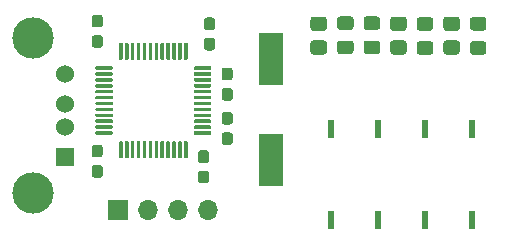
<source format=gts>
G04 #@! TF.GenerationSoftware,KiCad,Pcbnew,(5.1.10)-1*
G04 #@! TF.CreationDate,2022-05-27T15:53:32+02:00*
G04 #@! TF.ProjectId,USB_RemoteControl_schematic,5553425f-5265-46d6-9f74-65436f6e7472,1*
G04 #@! TF.SameCoordinates,Original*
G04 #@! TF.FileFunction,Soldermask,Top*
G04 #@! TF.FilePolarity,Negative*
%FSLAX46Y46*%
G04 Gerber Fmt 4.6, Leading zero omitted, Abs format (unit mm)*
G04 Created by KiCad (PCBNEW (5.1.10)-1) date 2022-05-27 15:53:32*
%MOMM*%
%LPD*%
G01*
G04 APERTURE LIST*
%ADD10C,3.500000*%
%ADD11C,1.524000*%
%ADD12R,1.524000X1.524000*%
%ADD13R,2.000000X4.500000*%
%ADD14R,0.600000X1.500000*%
%ADD15O,1.700000X1.700000*%
%ADD16R,1.700000X1.700000*%
G04 APERTURE END LIST*
D10*
X103790000Y-118430000D03*
D11*
X106500000Y-124000000D03*
D12*
X106500000Y-128500000D03*
D10*
X103790000Y-131570000D03*
D11*
X106500000Y-126000000D03*
X106500000Y-121500000D03*
G36*
G01*
X141049999Y-118725000D02*
X141950001Y-118725000D01*
G75*
G02*
X142200000Y-118974999I0J-249999D01*
G01*
X142200000Y-119625001D01*
G75*
G02*
X141950001Y-119875000I-249999J0D01*
G01*
X141049999Y-119875000D01*
G75*
G02*
X140800000Y-119625001I0J249999D01*
G01*
X140800000Y-118974999D01*
G75*
G02*
X141049999Y-118725000I249999J0D01*
G01*
G37*
G36*
G01*
X141049999Y-116675000D02*
X141950001Y-116675000D01*
G75*
G02*
X142200000Y-116924999I0J-249999D01*
G01*
X142200000Y-117575001D01*
G75*
G02*
X141950001Y-117825000I-249999J0D01*
G01*
X141049999Y-117825000D01*
G75*
G02*
X140800000Y-117575001I0J249999D01*
G01*
X140800000Y-116924999D01*
G75*
G02*
X141049999Y-116675000I249999J0D01*
G01*
G37*
G36*
G01*
X136549999Y-118725000D02*
X137450001Y-118725000D01*
G75*
G02*
X137700000Y-118974999I0J-249999D01*
G01*
X137700000Y-119625001D01*
G75*
G02*
X137450001Y-119875000I-249999J0D01*
G01*
X136549999Y-119875000D01*
G75*
G02*
X136300000Y-119625001I0J249999D01*
G01*
X136300000Y-118974999D01*
G75*
G02*
X136549999Y-118725000I249999J0D01*
G01*
G37*
G36*
G01*
X136549999Y-116675000D02*
X137450001Y-116675000D01*
G75*
G02*
X137700000Y-116924999I0J-249999D01*
G01*
X137700000Y-117575001D01*
G75*
G02*
X137450001Y-117825000I-249999J0D01*
G01*
X136549999Y-117825000D01*
G75*
G02*
X136300000Y-117575001I0J249999D01*
G01*
X136300000Y-116924999D01*
G75*
G02*
X136549999Y-116675000I249999J0D01*
G01*
G37*
G36*
G01*
X129799999Y-118675000D02*
X130700001Y-118675000D01*
G75*
G02*
X130950000Y-118924999I0J-249999D01*
G01*
X130950000Y-119575001D01*
G75*
G02*
X130700001Y-119825000I-249999J0D01*
G01*
X129799999Y-119825000D01*
G75*
G02*
X129550000Y-119575001I0J249999D01*
G01*
X129550000Y-118924999D01*
G75*
G02*
X129799999Y-118675000I249999J0D01*
G01*
G37*
G36*
G01*
X129799999Y-116625000D02*
X130700001Y-116625000D01*
G75*
G02*
X130950000Y-116874999I0J-249999D01*
G01*
X130950000Y-117525001D01*
G75*
G02*
X130700001Y-117775000I-249999J0D01*
G01*
X129799999Y-117775000D01*
G75*
G02*
X129550000Y-117525001I0J249999D01*
G01*
X129550000Y-116874999D01*
G75*
G02*
X129799999Y-116625000I249999J0D01*
G01*
G37*
G36*
G01*
X132049999Y-118675000D02*
X132950001Y-118675000D01*
G75*
G02*
X133200000Y-118924999I0J-249999D01*
G01*
X133200000Y-119575001D01*
G75*
G02*
X132950001Y-119825000I-249999J0D01*
G01*
X132049999Y-119825000D01*
G75*
G02*
X131800000Y-119575001I0J249999D01*
G01*
X131800000Y-118924999D01*
G75*
G02*
X132049999Y-118675000I249999J0D01*
G01*
G37*
G36*
G01*
X132049999Y-116625000D02*
X132950001Y-116625000D01*
G75*
G02*
X133200000Y-116874999I0J-249999D01*
G01*
X133200000Y-117525001D01*
G75*
G02*
X132950001Y-117775000I-249999J0D01*
G01*
X132049999Y-117775000D01*
G75*
G02*
X131800000Y-117525001I0J249999D01*
G01*
X131800000Y-116874999D01*
G75*
G02*
X132049999Y-116625000I249999J0D01*
G01*
G37*
G36*
G01*
X118987500Y-117787501D02*
X118512500Y-117787501D01*
G75*
G02*
X118275000Y-117550001I0J237500D01*
G01*
X118275000Y-116950001D01*
G75*
G02*
X118512500Y-116712501I237500J0D01*
G01*
X118987500Y-116712501D01*
G75*
G02*
X119225000Y-116950001I0J-237500D01*
G01*
X119225000Y-117550001D01*
G75*
G02*
X118987500Y-117787501I-237500J0D01*
G01*
G37*
G36*
G01*
X118987500Y-119512501D02*
X118512500Y-119512501D01*
G75*
G02*
X118275000Y-119275001I0J237500D01*
G01*
X118275000Y-118675001D01*
G75*
G02*
X118512500Y-118437501I237500J0D01*
G01*
X118987500Y-118437501D01*
G75*
G02*
X119225000Y-118675001I0J-237500D01*
G01*
X119225000Y-119275001D01*
G75*
G02*
X118987500Y-119512501I-237500J0D01*
G01*
G37*
G36*
G01*
X109487500Y-117562499D02*
X109012500Y-117562499D01*
G75*
G02*
X108775000Y-117324999I0J237500D01*
G01*
X108775000Y-116724999D01*
G75*
G02*
X109012500Y-116487499I237500J0D01*
G01*
X109487500Y-116487499D01*
G75*
G02*
X109725000Y-116724999I0J-237500D01*
G01*
X109725000Y-117324999D01*
G75*
G02*
X109487500Y-117562499I-237500J0D01*
G01*
G37*
G36*
G01*
X109487500Y-119287499D02*
X109012500Y-119287499D01*
G75*
G02*
X108775000Y-119049999I0J237500D01*
G01*
X108775000Y-118449999D01*
G75*
G02*
X109012500Y-118212499I237500J0D01*
G01*
X109487500Y-118212499D01*
G75*
G02*
X109725000Y-118449999I0J-237500D01*
G01*
X109725000Y-119049999D01*
G75*
G02*
X109487500Y-119287499I-237500J0D01*
G01*
G37*
G36*
G01*
X118012500Y-129687501D02*
X118487500Y-129687501D01*
G75*
G02*
X118725000Y-129925001I0J-237500D01*
G01*
X118725000Y-130525001D01*
G75*
G02*
X118487500Y-130762501I-237500J0D01*
G01*
X118012500Y-130762501D01*
G75*
G02*
X117775000Y-130525001I0J237500D01*
G01*
X117775000Y-129925001D01*
G75*
G02*
X118012500Y-129687501I237500J0D01*
G01*
G37*
G36*
G01*
X118012500Y-127962501D02*
X118487500Y-127962501D01*
G75*
G02*
X118725000Y-128200001I0J-237500D01*
G01*
X118725000Y-128800001D01*
G75*
G02*
X118487500Y-129037501I-237500J0D01*
G01*
X118012500Y-129037501D01*
G75*
G02*
X117775000Y-128800001I0J237500D01*
G01*
X117775000Y-128200001D01*
G75*
G02*
X118012500Y-127962501I237500J0D01*
G01*
G37*
G36*
G01*
X109012500Y-129212499D02*
X109487500Y-129212499D01*
G75*
G02*
X109725000Y-129449999I0J-237500D01*
G01*
X109725000Y-130049999D01*
G75*
G02*
X109487500Y-130287499I-237500J0D01*
G01*
X109012500Y-130287499D01*
G75*
G02*
X108775000Y-130049999I0J237500D01*
G01*
X108775000Y-129449999D01*
G75*
G02*
X109012500Y-129212499I237500J0D01*
G01*
G37*
G36*
G01*
X109012500Y-127487499D02*
X109487500Y-127487499D01*
G75*
G02*
X109725000Y-127724999I0J-237500D01*
G01*
X109725000Y-128324999D01*
G75*
G02*
X109487500Y-128562499I-237500J0D01*
G01*
X109012500Y-128562499D01*
G75*
G02*
X108775000Y-128324999I0J237500D01*
G01*
X108775000Y-127724999D01*
G75*
G02*
X109012500Y-127487499I237500J0D01*
G01*
G37*
D13*
X124000000Y-120250000D03*
X124000000Y-128750000D03*
G36*
G01*
X116900000Y-127250000D02*
X116900000Y-128575000D01*
G75*
G02*
X116825000Y-128650000I-75000J0D01*
G01*
X116675000Y-128650000D01*
G75*
G02*
X116600000Y-128575000I0J75000D01*
G01*
X116600000Y-127250000D01*
G75*
G02*
X116675000Y-127175000I75000J0D01*
G01*
X116825000Y-127175000D01*
G75*
G02*
X116900000Y-127250000I0J-75000D01*
G01*
G37*
G36*
G01*
X116400000Y-127250000D02*
X116400000Y-128575000D01*
G75*
G02*
X116325000Y-128650000I-75000J0D01*
G01*
X116175000Y-128650000D01*
G75*
G02*
X116100000Y-128575000I0J75000D01*
G01*
X116100000Y-127250000D01*
G75*
G02*
X116175000Y-127175000I75000J0D01*
G01*
X116325000Y-127175000D01*
G75*
G02*
X116400000Y-127250000I0J-75000D01*
G01*
G37*
G36*
G01*
X115900000Y-127250000D02*
X115900000Y-128575000D01*
G75*
G02*
X115825000Y-128650000I-75000J0D01*
G01*
X115675000Y-128650000D01*
G75*
G02*
X115600000Y-128575000I0J75000D01*
G01*
X115600000Y-127250000D01*
G75*
G02*
X115675000Y-127175000I75000J0D01*
G01*
X115825000Y-127175000D01*
G75*
G02*
X115900000Y-127250000I0J-75000D01*
G01*
G37*
G36*
G01*
X115400000Y-127250000D02*
X115400000Y-128575000D01*
G75*
G02*
X115325000Y-128650000I-75000J0D01*
G01*
X115175000Y-128650000D01*
G75*
G02*
X115100000Y-128575000I0J75000D01*
G01*
X115100000Y-127250000D01*
G75*
G02*
X115175000Y-127175000I75000J0D01*
G01*
X115325000Y-127175000D01*
G75*
G02*
X115400000Y-127250000I0J-75000D01*
G01*
G37*
G36*
G01*
X114900000Y-127250000D02*
X114900000Y-128575000D01*
G75*
G02*
X114825000Y-128650000I-75000J0D01*
G01*
X114675000Y-128650000D01*
G75*
G02*
X114600000Y-128575000I0J75000D01*
G01*
X114600000Y-127250000D01*
G75*
G02*
X114675000Y-127175000I75000J0D01*
G01*
X114825000Y-127175000D01*
G75*
G02*
X114900000Y-127250000I0J-75000D01*
G01*
G37*
G36*
G01*
X114400000Y-127250000D02*
X114400000Y-128575000D01*
G75*
G02*
X114325000Y-128650000I-75000J0D01*
G01*
X114175000Y-128650000D01*
G75*
G02*
X114100000Y-128575000I0J75000D01*
G01*
X114100000Y-127250000D01*
G75*
G02*
X114175000Y-127175000I75000J0D01*
G01*
X114325000Y-127175000D01*
G75*
G02*
X114400000Y-127250000I0J-75000D01*
G01*
G37*
G36*
G01*
X113900000Y-127250000D02*
X113900000Y-128575000D01*
G75*
G02*
X113825000Y-128650000I-75000J0D01*
G01*
X113675000Y-128650000D01*
G75*
G02*
X113600000Y-128575000I0J75000D01*
G01*
X113600000Y-127250000D01*
G75*
G02*
X113675000Y-127175000I75000J0D01*
G01*
X113825000Y-127175000D01*
G75*
G02*
X113900000Y-127250000I0J-75000D01*
G01*
G37*
G36*
G01*
X113400000Y-127250000D02*
X113400000Y-128575000D01*
G75*
G02*
X113325000Y-128650000I-75000J0D01*
G01*
X113175000Y-128650000D01*
G75*
G02*
X113100000Y-128575000I0J75000D01*
G01*
X113100000Y-127250000D01*
G75*
G02*
X113175000Y-127175000I75000J0D01*
G01*
X113325000Y-127175000D01*
G75*
G02*
X113400000Y-127250000I0J-75000D01*
G01*
G37*
G36*
G01*
X112900000Y-127250000D02*
X112900000Y-128575000D01*
G75*
G02*
X112825000Y-128650000I-75000J0D01*
G01*
X112675000Y-128650000D01*
G75*
G02*
X112600000Y-128575000I0J75000D01*
G01*
X112600000Y-127250000D01*
G75*
G02*
X112675000Y-127175000I75000J0D01*
G01*
X112825000Y-127175000D01*
G75*
G02*
X112900000Y-127250000I0J-75000D01*
G01*
G37*
G36*
G01*
X112400000Y-127250000D02*
X112400000Y-128575000D01*
G75*
G02*
X112325000Y-128650000I-75000J0D01*
G01*
X112175000Y-128650000D01*
G75*
G02*
X112100000Y-128575000I0J75000D01*
G01*
X112100000Y-127250000D01*
G75*
G02*
X112175000Y-127175000I75000J0D01*
G01*
X112325000Y-127175000D01*
G75*
G02*
X112400000Y-127250000I0J-75000D01*
G01*
G37*
G36*
G01*
X111900000Y-127250000D02*
X111900000Y-128575000D01*
G75*
G02*
X111825000Y-128650000I-75000J0D01*
G01*
X111675000Y-128650000D01*
G75*
G02*
X111600000Y-128575000I0J75000D01*
G01*
X111600000Y-127250000D01*
G75*
G02*
X111675000Y-127175000I75000J0D01*
G01*
X111825000Y-127175000D01*
G75*
G02*
X111900000Y-127250000I0J-75000D01*
G01*
G37*
G36*
G01*
X111400000Y-127250000D02*
X111400000Y-128575000D01*
G75*
G02*
X111325000Y-128650000I-75000J0D01*
G01*
X111175000Y-128650000D01*
G75*
G02*
X111100000Y-128575000I0J75000D01*
G01*
X111100000Y-127250000D01*
G75*
G02*
X111175000Y-127175000I75000J0D01*
G01*
X111325000Y-127175000D01*
G75*
G02*
X111400000Y-127250000I0J-75000D01*
G01*
G37*
G36*
G01*
X110575000Y-126425000D02*
X110575000Y-126575000D01*
G75*
G02*
X110500000Y-126650000I-75000J0D01*
G01*
X109175000Y-126650000D01*
G75*
G02*
X109100000Y-126575000I0J75000D01*
G01*
X109100000Y-126425000D01*
G75*
G02*
X109175000Y-126350000I75000J0D01*
G01*
X110500000Y-126350000D01*
G75*
G02*
X110575000Y-126425000I0J-75000D01*
G01*
G37*
G36*
G01*
X110575000Y-125925000D02*
X110575000Y-126075000D01*
G75*
G02*
X110500000Y-126150000I-75000J0D01*
G01*
X109175000Y-126150000D01*
G75*
G02*
X109100000Y-126075000I0J75000D01*
G01*
X109100000Y-125925000D01*
G75*
G02*
X109175000Y-125850000I75000J0D01*
G01*
X110500000Y-125850000D01*
G75*
G02*
X110575000Y-125925000I0J-75000D01*
G01*
G37*
G36*
G01*
X110575000Y-125425000D02*
X110575000Y-125575000D01*
G75*
G02*
X110500000Y-125650000I-75000J0D01*
G01*
X109175000Y-125650000D01*
G75*
G02*
X109100000Y-125575000I0J75000D01*
G01*
X109100000Y-125425000D01*
G75*
G02*
X109175000Y-125350000I75000J0D01*
G01*
X110500000Y-125350000D01*
G75*
G02*
X110575000Y-125425000I0J-75000D01*
G01*
G37*
G36*
G01*
X110575000Y-124925000D02*
X110575000Y-125075000D01*
G75*
G02*
X110500000Y-125150000I-75000J0D01*
G01*
X109175000Y-125150000D01*
G75*
G02*
X109100000Y-125075000I0J75000D01*
G01*
X109100000Y-124925000D01*
G75*
G02*
X109175000Y-124850000I75000J0D01*
G01*
X110500000Y-124850000D01*
G75*
G02*
X110575000Y-124925000I0J-75000D01*
G01*
G37*
G36*
G01*
X110575000Y-124425000D02*
X110575000Y-124575000D01*
G75*
G02*
X110500000Y-124650000I-75000J0D01*
G01*
X109175000Y-124650000D01*
G75*
G02*
X109100000Y-124575000I0J75000D01*
G01*
X109100000Y-124425000D01*
G75*
G02*
X109175000Y-124350000I75000J0D01*
G01*
X110500000Y-124350000D01*
G75*
G02*
X110575000Y-124425000I0J-75000D01*
G01*
G37*
G36*
G01*
X110575000Y-123925000D02*
X110575000Y-124075000D01*
G75*
G02*
X110500000Y-124150000I-75000J0D01*
G01*
X109175000Y-124150000D01*
G75*
G02*
X109100000Y-124075000I0J75000D01*
G01*
X109100000Y-123925000D01*
G75*
G02*
X109175000Y-123850000I75000J0D01*
G01*
X110500000Y-123850000D01*
G75*
G02*
X110575000Y-123925000I0J-75000D01*
G01*
G37*
G36*
G01*
X110575000Y-123425000D02*
X110575000Y-123575000D01*
G75*
G02*
X110500000Y-123650000I-75000J0D01*
G01*
X109175000Y-123650000D01*
G75*
G02*
X109100000Y-123575000I0J75000D01*
G01*
X109100000Y-123425000D01*
G75*
G02*
X109175000Y-123350000I75000J0D01*
G01*
X110500000Y-123350000D01*
G75*
G02*
X110575000Y-123425000I0J-75000D01*
G01*
G37*
G36*
G01*
X110575000Y-122925000D02*
X110575000Y-123075000D01*
G75*
G02*
X110500000Y-123150000I-75000J0D01*
G01*
X109175000Y-123150000D01*
G75*
G02*
X109100000Y-123075000I0J75000D01*
G01*
X109100000Y-122925000D01*
G75*
G02*
X109175000Y-122850000I75000J0D01*
G01*
X110500000Y-122850000D01*
G75*
G02*
X110575000Y-122925000I0J-75000D01*
G01*
G37*
G36*
G01*
X110575000Y-122425000D02*
X110575000Y-122575000D01*
G75*
G02*
X110500000Y-122650000I-75000J0D01*
G01*
X109175000Y-122650000D01*
G75*
G02*
X109100000Y-122575000I0J75000D01*
G01*
X109100000Y-122425000D01*
G75*
G02*
X109175000Y-122350000I75000J0D01*
G01*
X110500000Y-122350000D01*
G75*
G02*
X110575000Y-122425000I0J-75000D01*
G01*
G37*
G36*
G01*
X110575000Y-121925000D02*
X110575000Y-122075000D01*
G75*
G02*
X110500000Y-122150000I-75000J0D01*
G01*
X109175000Y-122150000D01*
G75*
G02*
X109100000Y-122075000I0J75000D01*
G01*
X109100000Y-121925000D01*
G75*
G02*
X109175000Y-121850000I75000J0D01*
G01*
X110500000Y-121850000D01*
G75*
G02*
X110575000Y-121925000I0J-75000D01*
G01*
G37*
G36*
G01*
X110575000Y-121425000D02*
X110575000Y-121575000D01*
G75*
G02*
X110500000Y-121650000I-75000J0D01*
G01*
X109175000Y-121650000D01*
G75*
G02*
X109100000Y-121575000I0J75000D01*
G01*
X109100000Y-121425000D01*
G75*
G02*
X109175000Y-121350000I75000J0D01*
G01*
X110500000Y-121350000D01*
G75*
G02*
X110575000Y-121425000I0J-75000D01*
G01*
G37*
G36*
G01*
X110575000Y-120925000D02*
X110575000Y-121075000D01*
G75*
G02*
X110500000Y-121150000I-75000J0D01*
G01*
X109175000Y-121150000D01*
G75*
G02*
X109100000Y-121075000I0J75000D01*
G01*
X109100000Y-120925000D01*
G75*
G02*
X109175000Y-120850000I75000J0D01*
G01*
X110500000Y-120850000D01*
G75*
G02*
X110575000Y-120925000I0J-75000D01*
G01*
G37*
G36*
G01*
X111400000Y-118925000D02*
X111400000Y-120250000D01*
G75*
G02*
X111325000Y-120325000I-75000J0D01*
G01*
X111175000Y-120325000D01*
G75*
G02*
X111100000Y-120250000I0J75000D01*
G01*
X111100000Y-118925000D01*
G75*
G02*
X111175000Y-118850000I75000J0D01*
G01*
X111325000Y-118850000D01*
G75*
G02*
X111400000Y-118925000I0J-75000D01*
G01*
G37*
G36*
G01*
X111900000Y-118925000D02*
X111900000Y-120250000D01*
G75*
G02*
X111825000Y-120325000I-75000J0D01*
G01*
X111675000Y-120325000D01*
G75*
G02*
X111600000Y-120250000I0J75000D01*
G01*
X111600000Y-118925000D01*
G75*
G02*
X111675000Y-118850000I75000J0D01*
G01*
X111825000Y-118850000D01*
G75*
G02*
X111900000Y-118925000I0J-75000D01*
G01*
G37*
G36*
G01*
X112400000Y-118925000D02*
X112400000Y-120250000D01*
G75*
G02*
X112325000Y-120325000I-75000J0D01*
G01*
X112175000Y-120325000D01*
G75*
G02*
X112100000Y-120250000I0J75000D01*
G01*
X112100000Y-118925000D01*
G75*
G02*
X112175000Y-118850000I75000J0D01*
G01*
X112325000Y-118850000D01*
G75*
G02*
X112400000Y-118925000I0J-75000D01*
G01*
G37*
G36*
G01*
X112900000Y-118925000D02*
X112900000Y-120250000D01*
G75*
G02*
X112825000Y-120325000I-75000J0D01*
G01*
X112675000Y-120325000D01*
G75*
G02*
X112600000Y-120250000I0J75000D01*
G01*
X112600000Y-118925000D01*
G75*
G02*
X112675000Y-118850000I75000J0D01*
G01*
X112825000Y-118850000D01*
G75*
G02*
X112900000Y-118925000I0J-75000D01*
G01*
G37*
G36*
G01*
X113400000Y-118925000D02*
X113400000Y-120250000D01*
G75*
G02*
X113325000Y-120325000I-75000J0D01*
G01*
X113175000Y-120325000D01*
G75*
G02*
X113100000Y-120250000I0J75000D01*
G01*
X113100000Y-118925000D01*
G75*
G02*
X113175000Y-118850000I75000J0D01*
G01*
X113325000Y-118850000D01*
G75*
G02*
X113400000Y-118925000I0J-75000D01*
G01*
G37*
G36*
G01*
X113900000Y-118925000D02*
X113900000Y-120250000D01*
G75*
G02*
X113825000Y-120325000I-75000J0D01*
G01*
X113675000Y-120325000D01*
G75*
G02*
X113600000Y-120250000I0J75000D01*
G01*
X113600000Y-118925000D01*
G75*
G02*
X113675000Y-118850000I75000J0D01*
G01*
X113825000Y-118850000D01*
G75*
G02*
X113900000Y-118925000I0J-75000D01*
G01*
G37*
G36*
G01*
X114400000Y-118925000D02*
X114400000Y-120250000D01*
G75*
G02*
X114325000Y-120325000I-75000J0D01*
G01*
X114175000Y-120325000D01*
G75*
G02*
X114100000Y-120250000I0J75000D01*
G01*
X114100000Y-118925000D01*
G75*
G02*
X114175000Y-118850000I75000J0D01*
G01*
X114325000Y-118850000D01*
G75*
G02*
X114400000Y-118925000I0J-75000D01*
G01*
G37*
G36*
G01*
X114900000Y-118925000D02*
X114900000Y-120250000D01*
G75*
G02*
X114825000Y-120325000I-75000J0D01*
G01*
X114675000Y-120325000D01*
G75*
G02*
X114600000Y-120250000I0J75000D01*
G01*
X114600000Y-118925000D01*
G75*
G02*
X114675000Y-118850000I75000J0D01*
G01*
X114825000Y-118850000D01*
G75*
G02*
X114900000Y-118925000I0J-75000D01*
G01*
G37*
G36*
G01*
X115400000Y-118925000D02*
X115400000Y-120250000D01*
G75*
G02*
X115325000Y-120325000I-75000J0D01*
G01*
X115175000Y-120325000D01*
G75*
G02*
X115100000Y-120250000I0J75000D01*
G01*
X115100000Y-118925000D01*
G75*
G02*
X115175000Y-118850000I75000J0D01*
G01*
X115325000Y-118850000D01*
G75*
G02*
X115400000Y-118925000I0J-75000D01*
G01*
G37*
G36*
G01*
X115900000Y-118925000D02*
X115900000Y-120250000D01*
G75*
G02*
X115825000Y-120325000I-75000J0D01*
G01*
X115675000Y-120325000D01*
G75*
G02*
X115600000Y-120250000I0J75000D01*
G01*
X115600000Y-118925000D01*
G75*
G02*
X115675000Y-118850000I75000J0D01*
G01*
X115825000Y-118850000D01*
G75*
G02*
X115900000Y-118925000I0J-75000D01*
G01*
G37*
G36*
G01*
X116400000Y-118925000D02*
X116400000Y-120250000D01*
G75*
G02*
X116325000Y-120325000I-75000J0D01*
G01*
X116175000Y-120325000D01*
G75*
G02*
X116100000Y-120250000I0J75000D01*
G01*
X116100000Y-118925000D01*
G75*
G02*
X116175000Y-118850000I75000J0D01*
G01*
X116325000Y-118850000D01*
G75*
G02*
X116400000Y-118925000I0J-75000D01*
G01*
G37*
G36*
G01*
X116900000Y-118925000D02*
X116900000Y-120250000D01*
G75*
G02*
X116825000Y-120325000I-75000J0D01*
G01*
X116675000Y-120325000D01*
G75*
G02*
X116600000Y-120250000I0J75000D01*
G01*
X116600000Y-118925000D01*
G75*
G02*
X116675000Y-118850000I75000J0D01*
G01*
X116825000Y-118850000D01*
G75*
G02*
X116900000Y-118925000I0J-75000D01*
G01*
G37*
G36*
G01*
X118900000Y-120925000D02*
X118900000Y-121075000D01*
G75*
G02*
X118825000Y-121150000I-75000J0D01*
G01*
X117500000Y-121150000D01*
G75*
G02*
X117425000Y-121075000I0J75000D01*
G01*
X117425000Y-120925000D01*
G75*
G02*
X117500000Y-120850000I75000J0D01*
G01*
X118825000Y-120850000D01*
G75*
G02*
X118900000Y-120925000I0J-75000D01*
G01*
G37*
G36*
G01*
X118900000Y-121425000D02*
X118900000Y-121575000D01*
G75*
G02*
X118825000Y-121650000I-75000J0D01*
G01*
X117500000Y-121650000D01*
G75*
G02*
X117425000Y-121575000I0J75000D01*
G01*
X117425000Y-121425000D01*
G75*
G02*
X117500000Y-121350000I75000J0D01*
G01*
X118825000Y-121350000D01*
G75*
G02*
X118900000Y-121425000I0J-75000D01*
G01*
G37*
G36*
G01*
X118900000Y-121925000D02*
X118900000Y-122075000D01*
G75*
G02*
X118825000Y-122150000I-75000J0D01*
G01*
X117500000Y-122150000D01*
G75*
G02*
X117425000Y-122075000I0J75000D01*
G01*
X117425000Y-121925000D01*
G75*
G02*
X117500000Y-121850000I75000J0D01*
G01*
X118825000Y-121850000D01*
G75*
G02*
X118900000Y-121925000I0J-75000D01*
G01*
G37*
G36*
G01*
X118900000Y-122425000D02*
X118900000Y-122575000D01*
G75*
G02*
X118825000Y-122650000I-75000J0D01*
G01*
X117500000Y-122650000D01*
G75*
G02*
X117425000Y-122575000I0J75000D01*
G01*
X117425000Y-122425000D01*
G75*
G02*
X117500000Y-122350000I75000J0D01*
G01*
X118825000Y-122350000D01*
G75*
G02*
X118900000Y-122425000I0J-75000D01*
G01*
G37*
G36*
G01*
X118900000Y-122925000D02*
X118900000Y-123075000D01*
G75*
G02*
X118825000Y-123150000I-75000J0D01*
G01*
X117500000Y-123150000D01*
G75*
G02*
X117425000Y-123075000I0J75000D01*
G01*
X117425000Y-122925000D01*
G75*
G02*
X117500000Y-122850000I75000J0D01*
G01*
X118825000Y-122850000D01*
G75*
G02*
X118900000Y-122925000I0J-75000D01*
G01*
G37*
G36*
G01*
X118900000Y-123425000D02*
X118900000Y-123575000D01*
G75*
G02*
X118825000Y-123650000I-75000J0D01*
G01*
X117500000Y-123650000D01*
G75*
G02*
X117425000Y-123575000I0J75000D01*
G01*
X117425000Y-123425000D01*
G75*
G02*
X117500000Y-123350000I75000J0D01*
G01*
X118825000Y-123350000D01*
G75*
G02*
X118900000Y-123425000I0J-75000D01*
G01*
G37*
G36*
G01*
X118900000Y-123925000D02*
X118900000Y-124075000D01*
G75*
G02*
X118825000Y-124150000I-75000J0D01*
G01*
X117500000Y-124150000D01*
G75*
G02*
X117425000Y-124075000I0J75000D01*
G01*
X117425000Y-123925000D01*
G75*
G02*
X117500000Y-123850000I75000J0D01*
G01*
X118825000Y-123850000D01*
G75*
G02*
X118900000Y-123925000I0J-75000D01*
G01*
G37*
G36*
G01*
X118900000Y-124425000D02*
X118900000Y-124575000D01*
G75*
G02*
X118825000Y-124650000I-75000J0D01*
G01*
X117500000Y-124650000D01*
G75*
G02*
X117425000Y-124575000I0J75000D01*
G01*
X117425000Y-124425000D01*
G75*
G02*
X117500000Y-124350000I75000J0D01*
G01*
X118825000Y-124350000D01*
G75*
G02*
X118900000Y-124425000I0J-75000D01*
G01*
G37*
G36*
G01*
X118900000Y-124925000D02*
X118900000Y-125075000D01*
G75*
G02*
X118825000Y-125150000I-75000J0D01*
G01*
X117500000Y-125150000D01*
G75*
G02*
X117425000Y-125075000I0J75000D01*
G01*
X117425000Y-124925000D01*
G75*
G02*
X117500000Y-124850000I75000J0D01*
G01*
X118825000Y-124850000D01*
G75*
G02*
X118900000Y-124925000I0J-75000D01*
G01*
G37*
G36*
G01*
X118900000Y-125425000D02*
X118900000Y-125575000D01*
G75*
G02*
X118825000Y-125650000I-75000J0D01*
G01*
X117500000Y-125650000D01*
G75*
G02*
X117425000Y-125575000I0J75000D01*
G01*
X117425000Y-125425000D01*
G75*
G02*
X117500000Y-125350000I75000J0D01*
G01*
X118825000Y-125350000D01*
G75*
G02*
X118900000Y-125425000I0J-75000D01*
G01*
G37*
G36*
G01*
X118900000Y-125925000D02*
X118900000Y-126075000D01*
G75*
G02*
X118825000Y-126150000I-75000J0D01*
G01*
X117500000Y-126150000D01*
G75*
G02*
X117425000Y-126075000I0J75000D01*
G01*
X117425000Y-125925000D01*
G75*
G02*
X117500000Y-125850000I75000J0D01*
G01*
X118825000Y-125850000D01*
G75*
G02*
X118900000Y-125925000I0J-75000D01*
G01*
G37*
G36*
G01*
X118900000Y-126425000D02*
X118900000Y-126575000D01*
G75*
G02*
X118825000Y-126650000I-75000J0D01*
G01*
X117500000Y-126650000D01*
G75*
G02*
X117425000Y-126575000I0J75000D01*
G01*
X117425000Y-126425000D01*
G75*
G02*
X117500000Y-126350000I75000J0D01*
G01*
X118825000Y-126350000D01*
G75*
G02*
X118900000Y-126425000I0J-75000D01*
G01*
G37*
D14*
X141000000Y-133825000D03*
X141000000Y-126175000D03*
X137000000Y-133825000D03*
X137000000Y-126175000D03*
X129000000Y-126175000D03*
X129000000Y-133825000D03*
X133000000Y-133825000D03*
X133000000Y-126175000D03*
G36*
G01*
X138799999Y-118650000D02*
X139700001Y-118650000D01*
G75*
G02*
X139950000Y-118899999I0J-249999D01*
G01*
X139950000Y-119600001D01*
G75*
G02*
X139700001Y-119850000I-249999J0D01*
G01*
X138799999Y-119850000D01*
G75*
G02*
X138550000Y-119600001I0J249999D01*
G01*
X138550000Y-118899999D01*
G75*
G02*
X138799999Y-118650000I249999J0D01*
G01*
G37*
G36*
G01*
X138799999Y-116650000D02*
X139700001Y-116650000D01*
G75*
G02*
X139950000Y-116899999I0J-249999D01*
G01*
X139950000Y-117600001D01*
G75*
G02*
X139700001Y-117850000I-249999J0D01*
G01*
X138799999Y-117850000D01*
G75*
G02*
X138550000Y-117600001I0J249999D01*
G01*
X138550000Y-116899999D01*
G75*
G02*
X138799999Y-116650000I249999J0D01*
G01*
G37*
G36*
G01*
X134299999Y-118650000D02*
X135200001Y-118650000D01*
G75*
G02*
X135450000Y-118899999I0J-249999D01*
G01*
X135450000Y-119600001D01*
G75*
G02*
X135200001Y-119850000I-249999J0D01*
G01*
X134299999Y-119850000D01*
G75*
G02*
X134050000Y-119600001I0J249999D01*
G01*
X134050000Y-118899999D01*
G75*
G02*
X134299999Y-118650000I249999J0D01*
G01*
G37*
G36*
G01*
X134299999Y-116650000D02*
X135200001Y-116650000D01*
G75*
G02*
X135450000Y-116899999I0J-249999D01*
G01*
X135450000Y-117600001D01*
G75*
G02*
X135200001Y-117850000I-249999J0D01*
G01*
X134299999Y-117850000D01*
G75*
G02*
X134050000Y-117600001I0J249999D01*
G01*
X134050000Y-116899999D01*
G75*
G02*
X134299999Y-116650000I249999J0D01*
G01*
G37*
G36*
G01*
X127549999Y-118650000D02*
X128450001Y-118650000D01*
G75*
G02*
X128700000Y-118899999I0J-249999D01*
G01*
X128700000Y-119600001D01*
G75*
G02*
X128450001Y-119850000I-249999J0D01*
G01*
X127549999Y-119850000D01*
G75*
G02*
X127300000Y-119600001I0J249999D01*
G01*
X127300000Y-118899999D01*
G75*
G02*
X127549999Y-118650000I249999J0D01*
G01*
G37*
G36*
G01*
X127549999Y-116650000D02*
X128450001Y-116650000D01*
G75*
G02*
X128700000Y-116899999I0J-249999D01*
G01*
X128700000Y-117600001D01*
G75*
G02*
X128450001Y-117850000I-249999J0D01*
G01*
X127549999Y-117850000D01*
G75*
G02*
X127300000Y-117600001I0J249999D01*
G01*
X127300000Y-116899999D01*
G75*
G02*
X127549999Y-116650000I249999J0D01*
G01*
G37*
D15*
X118620000Y-133000000D03*
X116080000Y-133000000D03*
X113540000Y-133000000D03*
D16*
X111000000Y-133000000D03*
G36*
G01*
X120487500Y-122037501D02*
X120012500Y-122037501D01*
G75*
G02*
X119775000Y-121800001I0J237500D01*
G01*
X119775000Y-121200001D01*
G75*
G02*
X120012500Y-120962501I237500J0D01*
G01*
X120487500Y-120962501D01*
G75*
G02*
X120725000Y-121200001I0J-237500D01*
G01*
X120725000Y-121800001D01*
G75*
G02*
X120487500Y-122037501I-237500J0D01*
G01*
G37*
G36*
G01*
X120487500Y-123762501D02*
X120012500Y-123762501D01*
G75*
G02*
X119775000Y-123525001I0J237500D01*
G01*
X119775000Y-122925001D01*
G75*
G02*
X120012500Y-122687501I237500J0D01*
G01*
X120487500Y-122687501D01*
G75*
G02*
X120725000Y-122925001I0J-237500D01*
G01*
X120725000Y-123525001D01*
G75*
G02*
X120487500Y-123762501I-237500J0D01*
G01*
G37*
G36*
G01*
X120012500Y-126437500D02*
X120487500Y-126437500D01*
G75*
G02*
X120725000Y-126675000I0J-237500D01*
G01*
X120725000Y-127275000D01*
G75*
G02*
X120487500Y-127512500I-237500J0D01*
G01*
X120012500Y-127512500D01*
G75*
G02*
X119775000Y-127275000I0J237500D01*
G01*
X119775000Y-126675000D01*
G75*
G02*
X120012500Y-126437500I237500J0D01*
G01*
G37*
G36*
G01*
X120012500Y-124712500D02*
X120487500Y-124712500D01*
G75*
G02*
X120725000Y-124950000I0J-237500D01*
G01*
X120725000Y-125550000D01*
G75*
G02*
X120487500Y-125787500I-237500J0D01*
G01*
X120012500Y-125787500D01*
G75*
G02*
X119775000Y-125550000I0J237500D01*
G01*
X119775000Y-124950000D01*
G75*
G02*
X120012500Y-124712500I237500J0D01*
G01*
G37*
M02*

</source>
